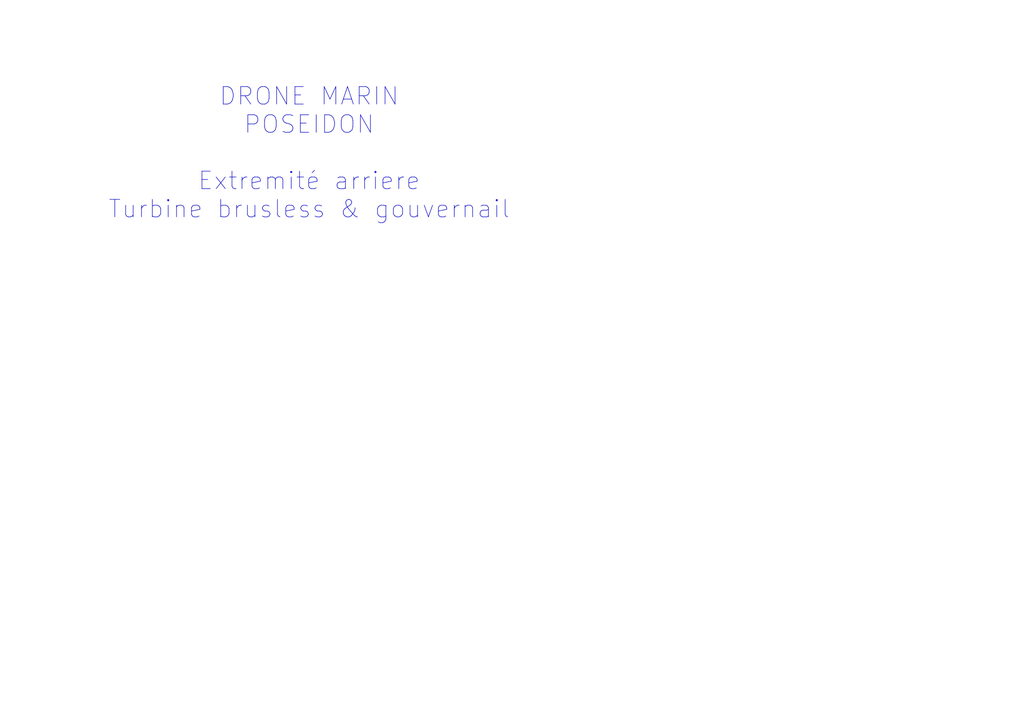
<source format=kicad_sch>
(kicad_sch
	(version 20250114)
	(generator "eeschema")
	(generator_version "9.0")
	(uuid "f055c251-870f-46c6-924e-536896d2f254")
	(paper "A4")
	(title_block
		(date "2025-09-26")
		(rev "1.0")
		(company "Association Electromaker (yc)")
		(comment 2 "Drone marin")
	)
	(lib_symbols)
	(text "DRONE MARIN\nPOSEIDON\n\nExtremité arriere\nTurbine brusless & gouvernail"
		(exclude_from_sim no)
		(at 89.662 44.45 0)
		(effects
			(font
				(size 5.08 5.08)
			)
		)
		(uuid "4d4347f7-d61c-451c-bc8c-848889611461")
	)
)

</source>
